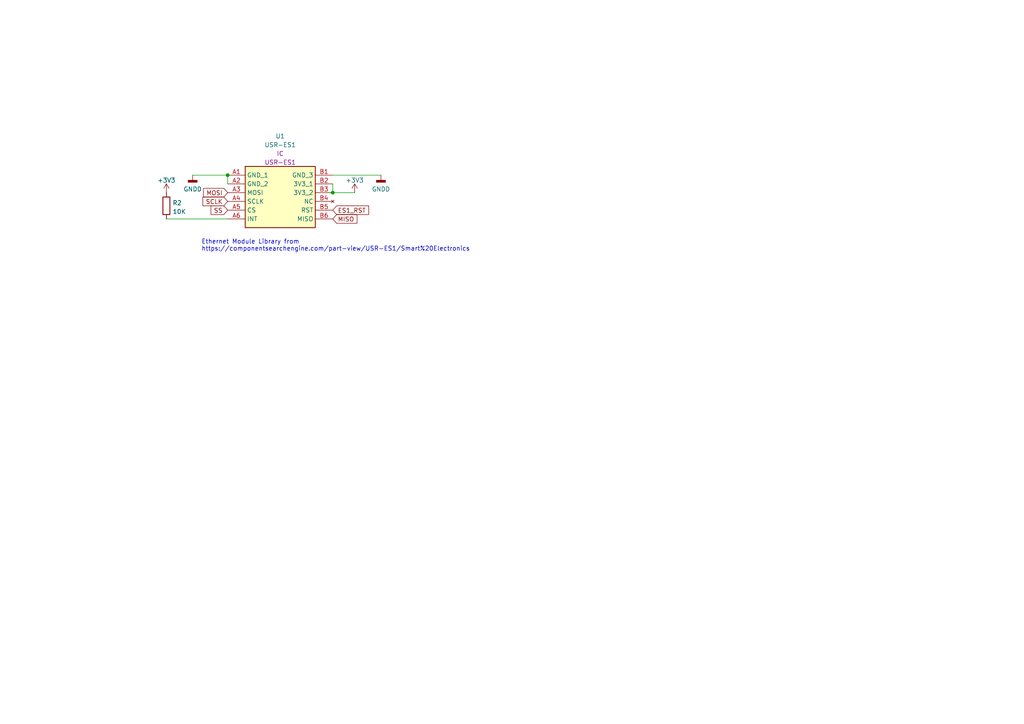
<source format=kicad_sch>
(kicad_sch (version 20230121) (generator eeschema)
  (paper "A4")
  (title_block (title "FRONT CONSOLE STEPPER") (date "2024-01-26") (rev "2.0"))
  (lib_symbols
    (symbol "Device:R" (pin_numbers hide) (pin_names (offset 0))
      (property "Reference" "R" (at 2.032 0 90))
      (property "Value" "R" (at 0 0 90))
      (symbol "R_0_1"
        (rectangle (start -1.016 -2.54) (end 1.016 2.54) (stroke (width 0.254)))
      )
      (symbol "R_1_1"
        (pin passive line (at 0 3.81 270) (length 1.27) (name "~") (number "1"))
        (pin passive line (at 0 -3.81 90) (length 1.27) (name "~") (number "2"))
      )
    )
    (symbol "USR-ES1:USR-ES1"
      (property "Value" "USR-ES1" (at 0 0 0))
      (property "Reference_1" "IC" (at 26.67 7.62 0))
      (property "Value_1" "USR-ES1" (at 26.67 5.08 0))
      (symbol "USR-ES1_1_1"
        (rectangle (start 5.08 2.54) (end 25.4 -15.24) (stroke (width 0.254)) (fill (type background)))
        (pin passive line (at 0 0 0) (length 5.08) (name "GND_1") (number "A1"))
        (pin passive line (at 0 -2.54 0) (length 5.08) (name "GND_2") (number "A2"))
        (pin passive line (at 0 -5.08 0) (length 5.08) (name "MOSI") (number "A3"))
        (pin passive line (at 0 -7.62 0) (length 5.08) (name "SCLK") (number "A4"))
        (pin passive line (at 0 -10.16 0) (length 5.08) (name "CS") (number "A5"))
        (pin passive line (at 0 -12.7 0) (length 5.08) (name "INT") (number "A6"))
        (pin passive line (at 30.48 0 180) (length 5.08) (name "GND_3") (number "B1"))
        (pin passive line (at 30.48 -2.54 180) (length 5.08) (name "3V3_1") (number "B2"))
        (pin passive line (at 30.48 -5.08 180) (length 5.08) (name "3V3_2") (number "B3"))
        (pin no_connect line (at 30.48 -7.62 180) (length 5.08) (name "NC") (number "B4"))
        (pin passive line (at 30.48 -10.16 180) (length 5.08) (name "RST") (number "B5"))
        (pin passive line (at 30.48 -12.7 180) (length 5.08) (name "MISO") (number "B6"))
      )
    )
    (symbol "power:+3V3" (power) (pin_names (offset 0))
      (property "Value" "+3V3" (at 0 3.556 0))
      (symbol "+3V3_0_1"
        (polyline (pts (xy -0.762 1.27) (xy 0 2.54)))
        (polyline (pts (xy 0 0) (xy 0 2.54)))
        (polyline (pts (xy 0 2.54) (xy 0.762 1.27)))
      )
      (symbol "+3V3_1_1"
        (pin power_in line (at 0 0 90) (length 0) hide (name "+3V3") (number "1"))
      )
    )
    (symbol "power:GNDD" (power) (pin_names (offset 0))
      (property "Value" "GNDD" (at 0 -3.175 0))
      (symbol "GNDD_0_1"
        (rectangle (start -1.27 -1.524) (end 1.27 -2.032) (stroke (width 0.254)) (fill (type outline)))
        (polyline (pts (xy 0 0) (xy 0 -1.524)))
      )
      (symbol "GNDD_1_1"
        (pin power_in line (at 0 0 270) (length 0) hide (name "GNDD") (number "1"))
      )
    )
  )
  (junction (at 66.04 50.8))
  (junction (at 96.52 55.88))
  (wire (pts (xy 96.52 50.8) (xy 110.49 50.8)))
  (wire (pts (xy 66.04 50.8) (xy 66.04 53.34)))
  (wire (pts (xy 96.52 55.88) (xy 102.87 55.88)))
  (wire (pts (xy 96.52 53.34) (xy 96.52 55.88)))
  (wire (pts (xy 55.88 50.8) (xy 66.04 50.8)))
  (wire (pts (xy 48.26 63.5) (xy 66.04 63.5)))
  (text "Ethernet Module Library from \nhttps://componentsearchengine.com/part-view/USR-ES1/Smart%20Electronics" (at 58.42 73.025 0) (effects (font (size 1.27 1.27)) (justify left bottom)))
  (global_label "MOSI" (shape input) (at 66.04 55.88 180) (property "Intersheetrefs" "${INTERSHEET_REFS}" (effects hide)))
  (global_label "MISO" (shape input) (at 96.52 63.5 0) (property "Intersheetrefs" "${INTERSHEET_REFS}" (effects hide)))
  (global_label "SS" (shape input) (at 66.04 60.96 180) (property "Intersheetrefs" "${INTERSHEET_REFS}" (effects hide)))
  (global_label "SCLK" (shape input) (at 66.04 58.42 180) (property "Intersheetrefs" "${INTERSHEET_REFS}" (effects hide)))
  (global_label "ES1_RST" (shape input) (at 96.52 60.96 0) (property "Intersheetrefs" "${INTERSHEET_REFS}" (effects hide)))
  (symbol (lib_id "power:GNDD") (at 55.88 50.8 0) (unit 1)
    (property "Reference" "#PWR018" (effects hide))
    (property "Value" "GNDDD" (at 55.88 54.8624 0))
  )
  (symbol (lib_id "Device:R") (at 48.26 59.69 0) (unit 1)
    (property "Reference" "R2" (at 50.038 58.8553 0) (effects (justify left)))
    (property "Value" "10K" (at 50.038 61.3922 0) (effects (justify left)))
    (property "Footprint" "Resistor_THT:R_Axial_DIN0204_L3.6mm_D1.6mm_P1.90mm_Vertical" (effects hide))
  )
  (symbol (lib_id "power:+3V3") (at 102.87 55.88 0) (unit 1)
    (property "Reference" "#PWR019" (effects hide))
    (property "Value" "+3V3" (at 102.87 52.3042 0))
  )
  (symbol (lib_id "power:+3V3") (at 48.26 55.88 0) (unit 1)
    (property "Reference" "#PWR017" (effects hide))
    (property "Value" "+3V3" (at 48.26 52.3042 0))
  )
  (symbol (lib_id "power:GNDD") (at 110.49 50.8 0) (unit 1)
    (property "Reference" "#PWR020" (effects hide))
    (property "Value" "GNDDD" (at 110.49 54.8624 0))
  )
  (symbol (lib_id "USR-ES1:USR-ES1") (at 66.04 50.8 0) (unit 1)
    (property "Reference" "U1" (at 81.28 39.4864 0))
    (property "Value" "USR-ES1" (at 81.28 42.0233 0))
    (property "Footprint" "USR-ES1:USRES1" (effects hide))
    (property "Reference_1" "IC" (at 81.28 44.5602 0))
    (property "Value_1" "USR-ES1" (at 81.28 47.0971 0))
    (property "Footprint_1" "USRES1" (effects hide))
    (property "Datasheet_1" "https://www.aliexpress.com/item/Free-Shipping-USR-ES1-W5500-Chip-New-SPI-to-LAN-Ethernet-Converter-TCP-IP-Mod/32714438223.html?spm=a2g0s.9042311.0.0.27424c4dBBEz2G" (effects hide))
    (property "Height" "3" (effects hide))
    (property "Manufacturer_Name" "Smart Electronics" (effects hide))
    (property "Manufacturer_Part_Number" "USR-ES1" (effects hide))
  )
)
</source>
